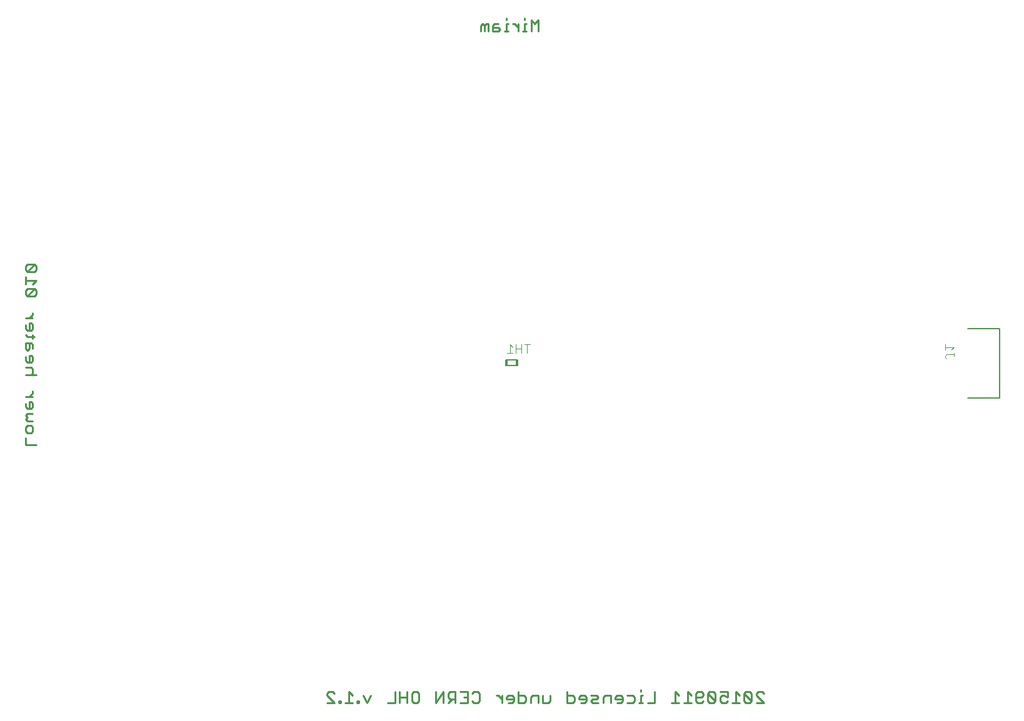
<source format=gbo>
G75*
%MOIN*%
%OFA0B0*%
%FSLAX25Y25*%
%IPPOS*%
%LPD*%
%AMOC8*
5,1,8,0,0,1.08239X$1,22.5*
%
%ADD10C,0.01100*%
%ADD11C,0.00500*%
%ADD12C,0.00400*%
D10*
X0225996Y0055637D02*
X0229932Y0055637D01*
X0225996Y0059574D01*
X0225996Y0060558D01*
X0226980Y0061542D01*
X0228948Y0061542D01*
X0229932Y0060558D01*
X0232171Y0056622D02*
X0232171Y0055637D01*
X0233155Y0055637D01*
X0233155Y0056622D01*
X0232171Y0056622D01*
X0235664Y0055637D02*
X0239601Y0055637D01*
X0237632Y0055637D02*
X0237632Y0061542D01*
X0239601Y0059574D01*
X0241839Y0056622D02*
X0241839Y0055637D01*
X0242823Y0055637D01*
X0242823Y0056622D01*
X0241839Y0056622D01*
X0245332Y0059574D02*
X0247301Y0055637D01*
X0249269Y0059574D01*
X0258223Y0055637D02*
X0262160Y0055637D01*
X0262160Y0061542D01*
X0264669Y0061542D02*
X0264669Y0055637D01*
X0264669Y0058590D02*
X0268605Y0058590D01*
X0268605Y0061542D02*
X0268605Y0055637D01*
X0271114Y0056622D02*
X0272098Y0055637D01*
X0274067Y0055637D01*
X0275051Y0056622D01*
X0275051Y0060558D01*
X0274067Y0061542D01*
X0272098Y0061542D01*
X0271114Y0060558D01*
X0271114Y0056622D01*
X0284005Y0055637D02*
X0284005Y0061542D01*
X0287942Y0061542D02*
X0284005Y0055637D01*
X0287942Y0055637D02*
X0287942Y0061542D01*
X0290451Y0060558D02*
X0290451Y0058590D01*
X0291435Y0057606D01*
X0294387Y0057606D01*
X0292419Y0057606D02*
X0290451Y0055637D01*
X0294387Y0055637D02*
X0294387Y0061542D01*
X0291435Y0061542D01*
X0290451Y0060558D01*
X0296896Y0061542D02*
X0300833Y0061542D01*
X0300833Y0055637D01*
X0296896Y0055637D01*
X0298865Y0058590D02*
X0300833Y0058590D01*
X0303342Y0060558D02*
X0304326Y0061542D01*
X0306294Y0061542D01*
X0307278Y0060558D01*
X0307278Y0056622D01*
X0306294Y0055637D01*
X0304326Y0055637D01*
X0303342Y0056622D01*
X0316143Y0059574D02*
X0317127Y0059574D01*
X0319095Y0057606D01*
X0319095Y0059574D02*
X0319095Y0055637D01*
X0321604Y0057606D02*
X0325541Y0057606D01*
X0325541Y0058590D02*
X0324557Y0059574D01*
X0322588Y0059574D01*
X0321604Y0058590D01*
X0321604Y0057606D01*
X0322588Y0055637D02*
X0324557Y0055637D01*
X0325541Y0056622D01*
X0325541Y0058590D01*
X0328050Y0059574D02*
X0331002Y0059574D01*
X0331986Y0058590D01*
X0331986Y0056622D01*
X0331002Y0055637D01*
X0328050Y0055637D01*
X0328050Y0061542D01*
X0334495Y0058590D02*
X0334495Y0055637D01*
X0334495Y0058590D02*
X0335479Y0059574D01*
X0338432Y0059574D01*
X0338432Y0055637D01*
X0340941Y0055637D02*
X0340941Y0059574D01*
X0344877Y0059574D02*
X0344877Y0056622D01*
X0343893Y0055637D01*
X0340941Y0055637D01*
X0353831Y0055637D02*
X0353831Y0061542D01*
X0353831Y0059574D02*
X0356784Y0059574D01*
X0357768Y0058590D01*
X0357768Y0056622D01*
X0356784Y0055637D01*
X0353831Y0055637D01*
X0360277Y0057606D02*
X0364214Y0057606D01*
X0364214Y0058590D02*
X0363230Y0059574D01*
X0361261Y0059574D01*
X0360277Y0058590D01*
X0360277Y0057606D01*
X0361261Y0055637D02*
X0363230Y0055637D01*
X0364214Y0056622D01*
X0364214Y0058590D01*
X0366722Y0059574D02*
X0369675Y0059574D01*
X0370659Y0058590D01*
X0369675Y0057606D01*
X0367707Y0057606D01*
X0366722Y0056622D01*
X0367707Y0055637D01*
X0370659Y0055637D01*
X0373168Y0055637D02*
X0373168Y0058590D01*
X0374152Y0059574D01*
X0377105Y0059574D01*
X0377105Y0055637D01*
X0379613Y0057606D02*
X0383550Y0057606D01*
X0383550Y0058590D02*
X0382566Y0059574D01*
X0380598Y0059574D01*
X0379613Y0058590D01*
X0379613Y0057606D01*
X0380598Y0055637D02*
X0382566Y0055637D01*
X0383550Y0056622D01*
X0383550Y0058590D01*
X0386059Y0059574D02*
X0389012Y0059574D01*
X0389996Y0058590D01*
X0389996Y0056622D01*
X0389012Y0055637D01*
X0386059Y0055637D01*
X0392324Y0055637D02*
X0394293Y0055637D01*
X0393309Y0055637D02*
X0393309Y0059574D01*
X0394293Y0059574D01*
X0393309Y0061542D02*
X0393309Y0062527D01*
X0400738Y0061542D02*
X0400738Y0055637D01*
X0396801Y0055637D01*
X0409692Y0055637D02*
X0413629Y0055637D01*
X0411661Y0055637D02*
X0411661Y0061542D01*
X0413629Y0059574D01*
X0416138Y0055637D02*
X0420075Y0055637D01*
X0418106Y0055637D02*
X0418106Y0061542D01*
X0420075Y0059574D01*
X0422583Y0058590D02*
X0425536Y0058590D01*
X0426520Y0059574D01*
X0426520Y0060558D01*
X0425536Y0061542D01*
X0423568Y0061542D01*
X0422583Y0060558D01*
X0422583Y0056622D01*
X0423568Y0055637D01*
X0425536Y0055637D01*
X0426520Y0056622D01*
X0429029Y0056622D02*
X0430013Y0055637D01*
X0431981Y0055637D01*
X0432966Y0056622D01*
X0429029Y0060558D01*
X0429029Y0056622D01*
X0429029Y0060558D02*
X0430013Y0061542D01*
X0431981Y0061542D01*
X0432966Y0060558D01*
X0432966Y0056622D01*
X0435474Y0056622D02*
X0436459Y0055637D01*
X0438427Y0055637D01*
X0439411Y0056622D01*
X0439411Y0058590D02*
X0437443Y0059574D01*
X0436459Y0059574D01*
X0435474Y0058590D01*
X0435474Y0056622D01*
X0439411Y0058590D02*
X0439411Y0061542D01*
X0435474Y0061542D01*
X0443888Y0061542D02*
X0443888Y0055637D01*
X0441920Y0055637D02*
X0445857Y0055637D01*
X0448365Y0056622D02*
X0449350Y0055637D01*
X0451318Y0055637D01*
X0452302Y0056622D01*
X0448365Y0060558D01*
X0448365Y0056622D01*
X0445857Y0059574D02*
X0443888Y0061542D01*
X0448365Y0060558D02*
X0449350Y0061542D01*
X0451318Y0061542D01*
X0452302Y0060558D01*
X0452302Y0056622D01*
X0454811Y0055637D02*
X0458748Y0055637D01*
X0454811Y0059574D01*
X0454811Y0060558D01*
X0455795Y0061542D01*
X0457763Y0061542D01*
X0458748Y0060558D01*
X0071034Y0193104D02*
X0065129Y0193104D01*
X0065129Y0197041D01*
X0066113Y0199550D02*
X0065129Y0200534D01*
X0065129Y0202502D01*
X0066113Y0203487D01*
X0068081Y0203487D01*
X0069065Y0202502D01*
X0069065Y0200534D01*
X0068081Y0199550D01*
X0066113Y0199550D01*
X0066113Y0205995D02*
X0065129Y0206979D01*
X0066113Y0207964D01*
X0065129Y0208948D01*
X0066113Y0209932D01*
X0069065Y0209932D01*
X0068081Y0212441D02*
X0069065Y0213425D01*
X0069065Y0215393D01*
X0068081Y0216378D01*
X0067097Y0216378D01*
X0067097Y0212441D01*
X0066113Y0212441D02*
X0068081Y0212441D01*
X0066113Y0212441D02*
X0065129Y0213425D01*
X0065129Y0215393D01*
X0065129Y0218886D02*
X0069065Y0218886D01*
X0067097Y0218886D02*
X0069065Y0220855D01*
X0069065Y0221839D01*
X0068081Y0230703D02*
X0069065Y0231687D01*
X0069065Y0233656D01*
X0068081Y0234640D01*
X0065129Y0234640D01*
X0066113Y0237149D02*
X0068081Y0237149D01*
X0069065Y0238133D01*
X0069065Y0240101D01*
X0068081Y0241085D01*
X0067097Y0241085D01*
X0067097Y0237149D01*
X0066113Y0237149D02*
X0065129Y0238133D01*
X0065129Y0240101D01*
X0066113Y0243594D02*
X0067097Y0244578D01*
X0067097Y0247531D01*
X0068081Y0247531D02*
X0065129Y0247531D01*
X0065129Y0244578D01*
X0066113Y0243594D01*
X0069065Y0244578D02*
X0069065Y0246547D01*
X0068081Y0247531D01*
X0069065Y0250040D02*
X0069065Y0252008D01*
X0070050Y0251024D02*
X0066113Y0251024D01*
X0065129Y0252008D01*
X0066113Y0254337D02*
X0068081Y0254337D01*
X0069065Y0255321D01*
X0069065Y0257289D01*
X0068081Y0258273D01*
X0067097Y0258273D01*
X0067097Y0254337D01*
X0066113Y0254337D02*
X0065129Y0255321D01*
X0065129Y0257289D01*
X0065129Y0260782D02*
X0069065Y0260782D01*
X0067097Y0260782D02*
X0069065Y0262750D01*
X0069065Y0263735D01*
X0070050Y0272599D02*
X0066113Y0272599D01*
X0070050Y0276535D01*
X0066113Y0276535D01*
X0065129Y0275551D01*
X0065129Y0273583D01*
X0066113Y0272599D01*
X0070050Y0272599D02*
X0071034Y0273583D01*
X0071034Y0275551D01*
X0070050Y0276535D01*
X0069065Y0279044D02*
X0071034Y0281013D01*
X0065129Y0281013D01*
X0065129Y0282981D02*
X0065129Y0279044D01*
X0066113Y0285490D02*
X0070050Y0289426D01*
X0066113Y0289426D01*
X0065129Y0288442D01*
X0065129Y0286474D01*
X0066113Y0285490D01*
X0070050Y0285490D01*
X0071034Y0286474D01*
X0071034Y0288442D01*
X0070050Y0289426D01*
X0071034Y0230703D02*
X0065129Y0230703D01*
X0066113Y0205995D02*
X0069065Y0205995D01*
X0307899Y0414050D02*
X0307899Y0417003D01*
X0308883Y0417987D01*
X0309867Y0417003D01*
X0309867Y0414050D01*
X0311836Y0414050D02*
X0311836Y0417987D01*
X0310852Y0417987D01*
X0309867Y0417003D01*
X0314345Y0417003D02*
X0315329Y0417987D01*
X0317297Y0417987D01*
X0317297Y0416018D02*
X0314345Y0416018D01*
X0314345Y0417003D02*
X0314345Y0414050D01*
X0317297Y0414050D01*
X0318281Y0415034D01*
X0317297Y0416018D01*
X0320610Y0414050D02*
X0322578Y0414050D01*
X0321594Y0414050D02*
X0321594Y0417987D01*
X0322578Y0417987D01*
X0321594Y0419955D02*
X0321594Y0420939D01*
X0324997Y0417987D02*
X0325981Y0417987D01*
X0327949Y0416018D01*
X0327949Y0414050D02*
X0327949Y0417987D01*
X0331262Y0417987D02*
X0331262Y0414050D01*
X0332246Y0414050D02*
X0330278Y0414050D01*
X0331262Y0417987D02*
X0332246Y0417987D01*
X0331262Y0419955D02*
X0331262Y0420939D01*
X0334755Y0419955D02*
X0334755Y0414050D01*
X0338692Y0414050D02*
X0338692Y0419955D01*
X0336724Y0417987D01*
X0334755Y0419955D01*
D11*
X0567492Y0255191D02*
X0584421Y0255191D01*
X0584421Y0218183D01*
X0567492Y0218183D01*
X0327532Y0235535D02*
X0327532Y0238684D01*
X0327139Y0238684D01*
X0327139Y0235535D01*
X0326745Y0235535D01*
X0326745Y0238684D01*
X0327139Y0238684D01*
X0326745Y0238684D02*
X0322020Y0238684D01*
X0321627Y0238684D01*
X0321627Y0235928D01*
X0322020Y0235535D02*
X0322020Y0238684D01*
X0321627Y0238684D02*
X0321233Y0238684D01*
X0321233Y0235535D01*
X0322020Y0235535D01*
X0326745Y0235535D01*
X0327139Y0235535D02*
X0327532Y0235535D01*
D12*
X0326509Y0242309D02*
X0326509Y0246913D01*
X0324975Y0245379D02*
X0323440Y0246913D01*
X0323440Y0242309D01*
X0321906Y0242309D02*
X0324975Y0242309D01*
X0326509Y0244611D02*
X0329579Y0244611D01*
X0329579Y0242309D02*
X0329579Y0246913D01*
X0331113Y0246913D02*
X0334183Y0246913D01*
X0332648Y0246913D02*
X0332648Y0242309D01*
X0555527Y0243819D02*
X0555527Y0246888D01*
X0555527Y0245354D02*
X0560131Y0245354D01*
X0558596Y0243819D01*
X0560131Y0242284D02*
X0560131Y0240750D01*
X0560131Y0241517D02*
X0556294Y0241517D01*
X0555527Y0240750D01*
X0555527Y0239982D01*
X0556294Y0239215D01*
M02*

</source>
